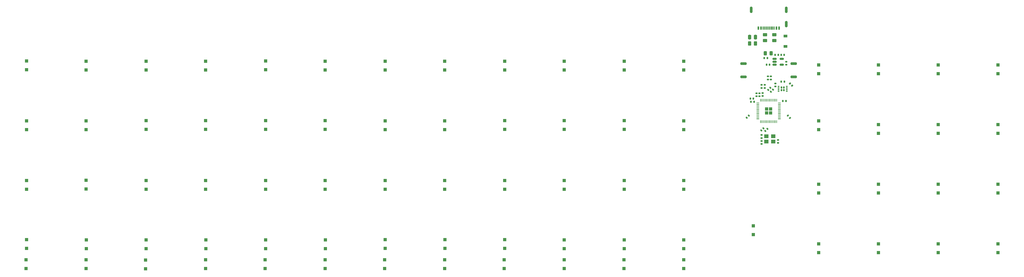
<source format=gbr>
%TF.GenerationSoftware,KiCad,Pcbnew,8.0.2*%
%TF.CreationDate,2024-05-15T22:22:56+01:00*%
%TF.ProjectId,Phoenixia,50686f65-6e69-4786-9961-2e6b69636164,1*%
%TF.SameCoordinates,Original*%
%TF.FileFunction,Paste,Bot*%
%TF.FilePolarity,Positive*%
%FSLAX46Y46*%
G04 Gerber Fmt 4.6, Leading zero omitted, Abs format (unit mm)*
G04 Created by KiCad (PCBNEW 8.0.2) date 2024-05-15 22:22:56*
%MOMM*%
%LPD*%
G01*
G04 APERTURE LIST*
G04 Aperture macros list*
%AMRoundRect*
0 Rectangle with rounded corners*
0 $1 Rounding radius*
0 $2 $3 $4 $5 $6 $7 $8 $9 X,Y pos of 4 corners*
0 Add a 4 corners polygon primitive as box body*
4,1,4,$2,$3,$4,$5,$6,$7,$8,$9,$2,$3,0*
0 Add four circle primitives for the rounded corners*
1,1,$1+$1,$2,$3*
1,1,$1+$1,$4,$5*
1,1,$1+$1,$6,$7*
1,1,$1+$1,$8,$9*
0 Add four rect primitives between the rounded corners*
20,1,$1+$1,$2,$3,$4,$5,0*
20,1,$1+$1,$4,$5,$6,$7,0*
20,1,$1+$1,$6,$7,$8,$9,0*
20,1,$1+$1,$8,$9,$2,$3,0*%
G04 Aperture macros list end*
%ADD10RoundRect,0.250000X0.450000X-0.262500X0.450000X0.262500X-0.450000X0.262500X-0.450000X-0.262500X0*%
%ADD11R,0.600000X1.100000*%
%ADD12R,0.300000X1.100000*%
%ADD13O,0.900000X2.100000*%
%ADD14RoundRect,0.250000X0.300000X-0.300000X0.300000X0.300000X-0.300000X0.300000X-0.300000X-0.300000X0*%
%ADD15RoundRect,0.250000X0.262500X0.450000X-0.262500X0.450000X-0.262500X-0.450000X0.262500X-0.450000X0*%
%ADD16RoundRect,0.250000X-0.300000X0.300000X-0.300000X-0.300000X0.300000X-0.300000X0.300000X0.300000X0*%
%ADD17RoundRect,0.140000X0.021213X-0.219203X0.219203X-0.021213X-0.021213X0.219203X-0.219203X0.021213X0*%
%ADD18RoundRect,0.140000X0.170000X-0.140000X0.170000X0.140000X-0.170000X0.140000X-0.170000X-0.140000X0*%
%ADD19RoundRect,0.140000X-0.021213X0.219203X-0.219203X0.021213X0.021213X-0.219203X0.219203X-0.021213X0*%
%ADD20R,1.200000X0.900000*%
%ADD21RoundRect,0.140000X0.140000X0.170000X-0.140000X0.170000X-0.140000X-0.170000X0.140000X-0.170000X0*%
%ADD22R,1.400000X1.200000*%
%ADD23RoundRect,0.140000X-0.140000X-0.170000X0.140000X-0.170000X0.140000X0.170000X-0.140000X0.170000X0*%
%ADD24RoundRect,0.135000X0.135000X0.185000X-0.135000X0.185000X-0.135000X-0.185000X0.135000X-0.185000X0*%
%ADD25RoundRect,0.135000X-0.185000X0.135000X-0.185000X-0.135000X0.185000X-0.135000X0.185000X0.135000X0*%
%ADD26RoundRect,0.140000X0.140000X0.180000X-0.140000X0.180000X-0.140000X-0.180000X0.140000X-0.180000X0*%
%ADD27RoundRect,0.087500X0.175000X0.087500X-0.175000X0.087500X-0.175000X-0.087500X0.175000X-0.087500X0*%
%ADD28RoundRect,0.135000X-0.135000X-0.185000X0.135000X-0.185000X0.135000X0.185000X-0.135000X0.185000X0*%
%ADD29RoundRect,0.147500X0.172500X-0.147500X0.172500X0.147500X-0.172500X0.147500X-0.172500X-0.147500X0*%
%ADD30RoundRect,0.150000X-0.512500X-0.150000X0.512500X-0.150000X0.512500X0.150000X-0.512500X0.150000X0*%
%ADD31RoundRect,0.135000X-0.226274X-0.035355X-0.035355X-0.226274X0.226274X0.035355X0.035355X0.226274X0*%
%ADD32RoundRect,0.200000X0.800000X-0.200000X0.800000X0.200000X-0.800000X0.200000X-0.800000X-0.200000X0*%
%ADD33RoundRect,0.250000X0.292217X0.292217X-0.292217X0.292217X-0.292217X-0.292217X0.292217X-0.292217X0*%
%ADD34RoundRect,0.050000X0.387500X0.050000X-0.387500X0.050000X-0.387500X-0.050000X0.387500X-0.050000X0*%
%ADD35RoundRect,0.050000X0.050000X0.387500X-0.050000X0.387500X-0.050000X-0.387500X0.050000X-0.387500X0*%
%ADD36RoundRect,0.243750X-0.243750X-0.456250X0.243750X-0.456250X0.243750X0.456250X-0.243750X0.456250X0*%
%ADD37RoundRect,0.250000X0.250000X0.475000X-0.250000X0.475000X-0.250000X-0.475000X0.250000X-0.475000X0*%
%ADD38RoundRect,0.140000X-0.219203X-0.021213X-0.021213X-0.219203X0.219203X0.021213X0.021213X0.219203X0*%
%ADD39RoundRect,0.200000X-0.800000X0.200000X-0.800000X-0.200000X0.800000X-0.200000X0.800000X0.200000X0*%
G04 APERTURE END LIST*
D10*
%TO.C,R5*%
X364285000Y-37892500D03*
X364285000Y-36067500D03*
%TD*%
%TO.C,R6*%
X367205000Y-37882500D03*
X367205000Y-36057500D03*
%TD*%
D11*
%TO.C,USB1*%
X362125000Y-33950000D03*
X362975000Y-33950000D03*
D12*
X364175000Y-33950000D03*
X365175000Y-33950000D03*
X365675000Y-33950000D03*
X366675000Y-33950000D03*
D11*
X367875000Y-33950000D03*
X368725000Y-33950000D03*
X368725000Y-33950000D03*
X367875000Y-33950000D03*
D12*
X367175000Y-33950000D03*
X366175000Y-33950000D03*
X364675000Y-33950000D03*
X363675000Y-33950000D03*
D11*
X362975000Y-33950000D03*
X362125000Y-33950000D03*
D13*
X359850000Y-28070000D03*
X371000000Y-28070000D03*
X371000000Y-32670000D03*
%TD*%
D14*
%TO.C,D33*%
X147875000Y-85325000D03*
X147875000Y-82525000D03*
%TD*%
%TO.C,D54*%
X243225000Y-104325000D03*
X243225000Y-101525000D03*
%TD*%
%TO.C,D17*%
X147875000Y-66325000D03*
X147875000Y-63525000D03*
%TD*%
D15*
%TO.C,R8*%
X361212500Y-38825000D03*
X359387500Y-38825000D03*
%TD*%
D14*
%TO.C,D63*%
X438525000Y-105625000D03*
X438525000Y-102825000D03*
%TD*%
D16*
%TO.C,D70*%
X243050000Y-107925000D03*
X243050000Y-110725000D03*
%TD*%
D17*
%TO.C,C11*%
X365260589Y-53669411D03*
X365939411Y-52990589D03*
%TD*%
D14*
%TO.C,D1*%
X147875000Y-47275000D03*
X147875000Y-44475000D03*
%TD*%
%TO.C,D14*%
X419475000Y-48525000D03*
X419475000Y-45725000D03*
%TD*%
D16*
%TO.C,D73*%
X300275000Y-107950000D03*
X300275000Y-110750000D03*
%TD*%
D14*
%TO.C,D15*%
X438525000Y-48525000D03*
X438525000Y-45725000D03*
%TD*%
D18*
%TO.C,C19*%
X363170000Y-70970000D03*
X363170000Y-70010000D03*
%TD*%
D14*
%TO.C,D28*%
X381375000Y-66375000D03*
X381375000Y-63575000D03*
%TD*%
%TO.C,D41*%
X300275000Y-85375000D03*
X300275000Y-82575000D03*
%TD*%
D19*
%TO.C,C6*%
X363764411Y-65960589D03*
X363085589Y-66639411D03*
%TD*%
D20*
%TO.C,D100*%
X370775000Y-39807500D03*
X370775000Y-36507500D03*
%TD*%
D14*
%TO.C,D52*%
X205125000Y-104375000D03*
X205125000Y-101575000D03*
%TD*%
%TO.C,D24*%
X281275000Y-66275000D03*
X281275000Y-63475000D03*
%TD*%
D21*
%TO.C,C16*%
X360780000Y-57450000D03*
X359820000Y-57450000D03*
%TD*%
D14*
%TO.C,D47*%
X438525000Y-86600000D03*
X438525000Y-83800000D03*
%TD*%
%TO.C,D42*%
X319375000Y-85375000D03*
X319375000Y-82575000D03*
%TD*%
D16*
%TO.C,D68*%
X204950000Y-107925000D03*
X204950000Y-110725000D03*
%TD*%
D14*
%TO.C,D35*%
X185975000Y-85375000D03*
X185975000Y-82575000D03*
%TD*%
%TO.C,D6*%
X243175000Y-47275000D03*
X243175000Y-44475000D03*
%TD*%
%TO.C,D10*%
X319375000Y-47275000D03*
X319375000Y-44475000D03*
%TD*%
%TO.C,D9*%
X300275000Y-47275000D03*
X300275000Y-44475000D03*
%TD*%
D16*
%TO.C,D74*%
X319325000Y-107950000D03*
X319325000Y-110750000D03*
%TD*%
D14*
%TO.C,D58*%
X319375000Y-104375000D03*
X319375000Y-101575000D03*
%TD*%
%TO.C,D21*%
X224075000Y-66275000D03*
X224075000Y-63475000D03*
%TD*%
%TO.C,D29*%
X400425000Y-67550000D03*
X400425000Y-64750000D03*
%TD*%
D22*
%TO.C,Y1*%
X366900000Y-70200000D03*
X364700000Y-70200000D03*
X364700000Y-68500000D03*
X366900000Y-68500000D03*
%TD*%
D14*
%TO.C,D76*%
X360575000Y-99875000D03*
X360575000Y-97075000D03*
%TD*%
%TO.C,D5*%
X224075000Y-47275000D03*
X224075000Y-44475000D03*
%TD*%
%TO.C,D38*%
X243175000Y-85375000D03*
X243175000Y-82575000D03*
%TD*%
%TO.C,D61*%
X400425000Y-105650000D03*
X400425000Y-102850000D03*
%TD*%
%TO.C,D11*%
X338375000Y-47275000D03*
X338375000Y-44475000D03*
%TD*%
D16*
%TO.C,D64*%
X128750000Y-107925000D03*
X128750000Y-110725000D03*
%TD*%
D23*
%TO.C,C15*%
X369970000Y-57175000D03*
X370930000Y-57175000D03*
%TD*%
D14*
%TO.C,D60*%
X381375000Y-105650000D03*
X381375000Y-102850000D03*
%TD*%
D21*
%TO.C,CBP1*%
X370390000Y-42476250D03*
X369430000Y-42476250D03*
%TD*%
D18*
%TO.C,C102*%
X361525000Y-55730000D03*
X361525000Y-54770000D03*
%TD*%
D24*
%TO.C,R7*%
X368494999Y-42476250D03*
X367474999Y-42476250D03*
%TD*%
D19*
%TO.C,C8*%
X365014411Y-66135589D03*
X364335589Y-66814411D03*
%TD*%
D25*
%TO.C,R11*%
X363160000Y-68070000D03*
X363160000Y-69090000D03*
%TD*%
D26*
%TO.C,FLASH1*%
X370250000Y-53720000D03*
X370250000Y-52920000D03*
X369550000Y-53720000D03*
X369550000Y-52920000D03*
D27*
X371187500Y-52570000D03*
X371187500Y-53070000D03*
X371187500Y-53570000D03*
X371187500Y-54070000D03*
X368612500Y-54070000D03*
X368612500Y-53570000D03*
X368612500Y-53070000D03*
X368612500Y-52570000D03*
%TD*%
D25*
%TO.C,R3*%
X364180000Y-52030000D03*
X364180000Y-53050000D03*
%TD*%
D14*
%TO.C,D8*%
X281275000Y-47275000D03*
X281275000Y-44475000D03*
%TD*%
D16*
%TO.C,D72*%
X281150000Y-107925000D03*
X281150000Y-110725000D03*
%TD*%
D28*
%TO.C,FB1*%
X364050000Y-43501250D03*
X365070000Y-43501250D03*
%TD*%
D16*
%TO.C,D69*%
X224050000Y-107925000D03*
X224050000Y-110725000D03*
%TD*%
D29*
%TO.C,DLED1*%
X365225000Y-50345000D03*
X365225000Y-49375000D03*
%TD*%
D30*
%TO.C,U1*%
X367297500Y-45651250D03*
X367297500Y-44701250D03*
X367297500Y-43751250D03*
X369572500Y-43751250D03*
X369572500Y-45651250D03*
%TD*%
D14*
%TO.C,D0*%
X128875000Y-47225000D03*
X128875000Y-44425000D03*
%TD*%
%TO.C,D22*%
X243175000Y-66325000D03*
X243175000Y-63525000D03*
%TD*%
%TO.C,D50*%
X167025000Y-104375000D03*
X167025000Y-101575000D03*
%TD*%
%TO.C,D27*%
X338375000Y-66325000D03*
X338375000Y-63525000D03*
%TD*%
%TO.C,D48*%
X128925000Y-104325000D03*
X128925000Y-101525000D03*
%TD*%
%TO.C,D46*%
X419475000Y-86600000D03*
X419475000Y-83800000D03*
%TD*%
%TO.C,D18*%
X166975000Y-66275000D03*
X166975000Y-63475000D03*
%TD*%
D19*
%TO.C,C13*%
X359128822Y-61883678D03*
X358450000Y-62562500D03*
%TD*%
D31*
%TO.C,R1*%
X372189376Y-51589376D03*
X372910624Y-52310624D03*
%TD*%
D14*
%TO.C,D53*%
X224125000Y-104375000D03*
X224125000Y-101575000D03*
%TD*%
D32*
%TO.C,J2*%
X373450000Y-49512500D03*
X373450000Y-45312500D03*
%TD*%
D16*
%TO.C,D71*%
X262150000Y-107925000D03*
X262150000Y-110725000D03*
%TD*%
D14*
%TO.C,D31*%
X438525000Y-67550000D03*
X438525000Y-64750000D03*
%TD*%
%TO.C,D51*%
X186025000Y-104375000D03*
X186025000Y-101575000D03*
%TD*%
D18*
%TO.C,C5*%
X367560000Y-52570000D03*
X367560000Y-51610000D03*
%TD*%
D14*
%TO.C,D59*%
X338375000Y-104375000D03*
X338375000Y-101575000D03*
%TD*%
%TO.C,D43*%
X338375000Y-85375000D03*
X338375000Y-82575000D03*
%TD*%
%TO.C,D26*%
X319375000Y-66275000D03*
X319375000Y-63475000D03*
%TD*%
%TO.C,D20*%
X205075000Y-66275000D03*
X205075000Y-63475000D03*
%TD*%
%TO.C,D7*%
X262175000Y-47275000D03*
X262175000Y-44475000D03*
%TD*%
%TO.C,D39*%
X262175000Y-85375000D03*
X262175000Y-82575000D03*
%TD*%
%TO.C,D62*%
X419475000Y-105650000D03*
X419475000Y-102850000D03*
%TD*%
D16*
%TO.C,D66*%
X166850000Y-107975000D03*
X166850000Y-110775000D03*
%TD*%
D14*
%TO.C,D37*%
X224075000Y-85375000D03*
X224075000Y-82575000D03*
%TD*%
D18*
%TO.C,C3*%
X363475000Y-55630000D03*
X363475000Y-54670000D03*
%TD*%
D25*
%TO.C,R9*%
X366165000Y-49350000D03*
X366165000Y-50370000D03*
%TD*%
D14*
%TO.C,D57*%
X300275000Y-104375000D03*
X300275000Y-101575000D03*
%TD*%
%TO.C,D30*%
X419475000Y-67550000D03*
X419475000Y-64750000D03*
%TD*%
%TO.C,D44*%
X381375000Y-86600000D03*
X381375000Y-83800000D03*
%TD*%
D28*
%TO.C,R2*%
X369390000Y-51070000D03*
X370410000Y-51070000D03*
%TD*%
D14*
%TO.C,D45*%
X400425000Y-86600000D03*
X400425000Y-83800000D03*
%TD*%
D21*
%TO.C,C18*%
X360530000Y-56450000D03*
X359570000Y-56450000D03*
%TD*%
D14*
%TO.C,D56*%
X281275000Y-104325000D03*
X281275000Y-101525000D03*
%TD*%
%TO.C,D36*%
X205075000Y-85375000D03*
X205075000Y-82575000D03*
%TD*%
%TO.C,D19*%
X185975000Y-66275000D03*
X185975000Y-63475000D03*
%TD*%
D33*
%TO.C,U3*%
X366037500Y-61037500D03*
X366037500Y-59762500D03*
X364762500Y-61037500D03*
X364762500Y-59762500D03*
D34*
X368837500Y-57800000D03*
X368837500Y-58200000D03*
X368837500Y-58600000D03*
X368837500Y-59000000D03*
X368837500Y-59400000D03*
X368837500Y-59800000D03*
X368837500Y-60200000D03*
X368837500Y-60600000D03*
X368837500Y-61000000D03*
X368837500Y-61400000D03*
X368837500Y-61800000D03*
X368837500Y-62200000D03*
X368837500Y-62600000D03*
X368837500Y-63000000D03*
D35*
X368000000Y-63837500D03*
X367600000Y-63837500D03*
X367200000Y-63837500D03*
X366800000Y-63837500D03*
X366400000Y-63837500D03*
X366000000Y-63837500D03*
X365600000Y-63837500D03*
X365200000Y-63837500D03*
X364800000Y-63837500D03*
X364400000Y-63837500D03*
X364000000Y-63837500D03*
X363600000Y-63837500D03*
X363200000Y-63837500D03*
X362800000Y-63837500D03*
D34*
X361962500Y-63000000D03*
X361962500Y-62600000D03*
X361962500Y-62200000D03*
X361962500Y-61800000D03*
X361962500Y-61400000D03*
X361962500Y-61000000D03*
X361962500Y-60600000D03*
X361962500Y-60200000D03*
X361962500Y-59800000D03*
X361962500Y-59400000D03*
X361962500Y-59000000D03*
X361962500Y-58600000D03*
X361962500Y-58200000D03*
X361962500Y-57800000D03*
D35*
X362800000Y-56962500D03*
X363200000Y-56962500D03*
X363600000Y-56962500D03*
X364000000Y-56962500D03*
X364400000Y-56962500D03*
X364800000Y-56962500D03*
X365200000Y-56962500D03*
X365600000Y-56962500D03*
X366000000Y-56962500D03*
X366400000Y-56962500D03*
X366800000Y-56962500D03*
X367200000Y-56962500D03*
X367600000Y-56962500D03*
X368000000Y-56962500D03*
%TD*%
D14*
%TO.C,D13*%
X400425000Y-48525000D03*
X400425000Y-45725000D03*
%TD*%
D16*
%TO.C,D75*%
X338400000Y-107950000D03*
X338400000Y-110750000D03*
%TD*%
D36*
%TO.C,F1*%
X364372500Y-42001250D03*
X366247500Y-42001250D03*
%TD*%
D14*
%TO.C,D4*%
X205075000Y-47200000D03*
X205075000Y-44400000D03*
%TD*%
%TO.C,D23*%
X262175000Y-66325000D03*
X262175000Y-63525000D03*
%TD*%
%TO.C,D55*%
X262225000Y-104325000D03*
X262225000Y-101525000D03*
%TD*%
%TO.C,D25*%
X300275000Y-66275000D03*
X300275000Y-63475000D03*
%TD*%
D18*
%TO.C,C2*%
X368430000Y-70610000D03*
X368430000Y-69650000D03*
%TD*%
D37*
%TO.C,C9*%
X361250000Y-36825000D03*
X359350000Y-36825000D03*
%TD*%
D16*
%TO.C,D65*%
X147850000Y-107925000D03*
X147850000Y-110725000D03*
%TD*%
D18*
%TO.C,C4*%
X371035000Y-45656250D03*
X371035000Y-44696250D03*
%TD*%
D16*
%TO.C,D67*%
X185950000Y-107925000D03*
X185950000Y-110725000D03*
%TD*%
D21*
%TO.C,C1*%
X365715000Y-45651250D03*
X364755000Y-45651250D03*
%TD*%
D25*
%TO.C,R4*%
X363190000Y-52030000D03*
X363190000Y-53050000D03*
%TD*%
D14*
%TO.C,D40*%
X281275000Y-85375000D03*
X281275000Y-82575000D03*
%TD*%
D38*
%TO.C,C14*%
X371550000Y-61912500D03*
X372228822Y-62591322D03*
%TD*%
D17*
%TO.C,C7*%
X366160589Y-54219411D03*
X366839411Y-53540589D03*
%TD*%
D39*
%TO.C,RSW1*%
X357400000Y-45312500D03*
X357400000Y-49512500D03*
%TD*%
D14*
%TO.C,D49*%
X147925000Y-104375000D03*
X147925000Y-101575000D03*
%TD*%
%TO.C,D3*%
X185975000Y-47275000D03*
X185975000Y-44475000D03*
%TD*%
%TO.C,D16*%
X128875000Y-66325000D03*
X128875000Y-63525000D03*
%TD*%
D18*
%TO.C,C10*%
X362500000Y-55730000D03*
X362500000Y-54770000D03*
%TD*%
D14*
%TO.C,D32*%
X128875000Y-85375000D03*
X128875000Y-82575000D03*
%TD*%
%TO.C,D34*%
X166975000Y-85375000D03*
X166975000Y-82575000D03*
%TD*%
%TO.C,D12*%
X381375000Y-48525000D03*
X381375000Y-45725000D03*
%TD*%
%TO.C,D2*%
X166975000Y-47275000D03*
X166975000Y-44475000D03*
%TD*%
M02*

</source>
